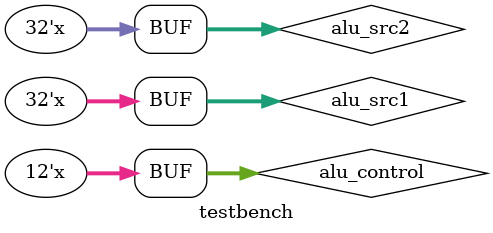
<source format=v>
`timescale 1ns / 1ps


module testbench;

	// Inputs
	reg [11:0] alu_control;
	reg [31:0] alu_src1;
	reg [31:0] alu_src2;

	// Outputs
	wire [31:0] alu_result;

	// Instantiate the Unit Under Test (UUT)
	alu uut (
		.alu_control(alu_control), 
		.alu_src1(alu_src1), 
		.alu_src2(alu_src2), 
		.alu_result(alu_result)
	);

	initial begin
		// Initialize Inputs
		alu_control = 12'b0000_0000_0001;
		alu_src1 = 0;
		alu_src2 = 0;

		// Wait 100 ns for global reset to finish
		#100;
        
		// Add stimulus here

	end
	
	 always #10 alu_control = alu_control * 2;
	 always #10 alu_src1 = alu_src1 + 1;
	 always #10 alu_src2 = alu_src2 + 2;

endmodule


</source>
